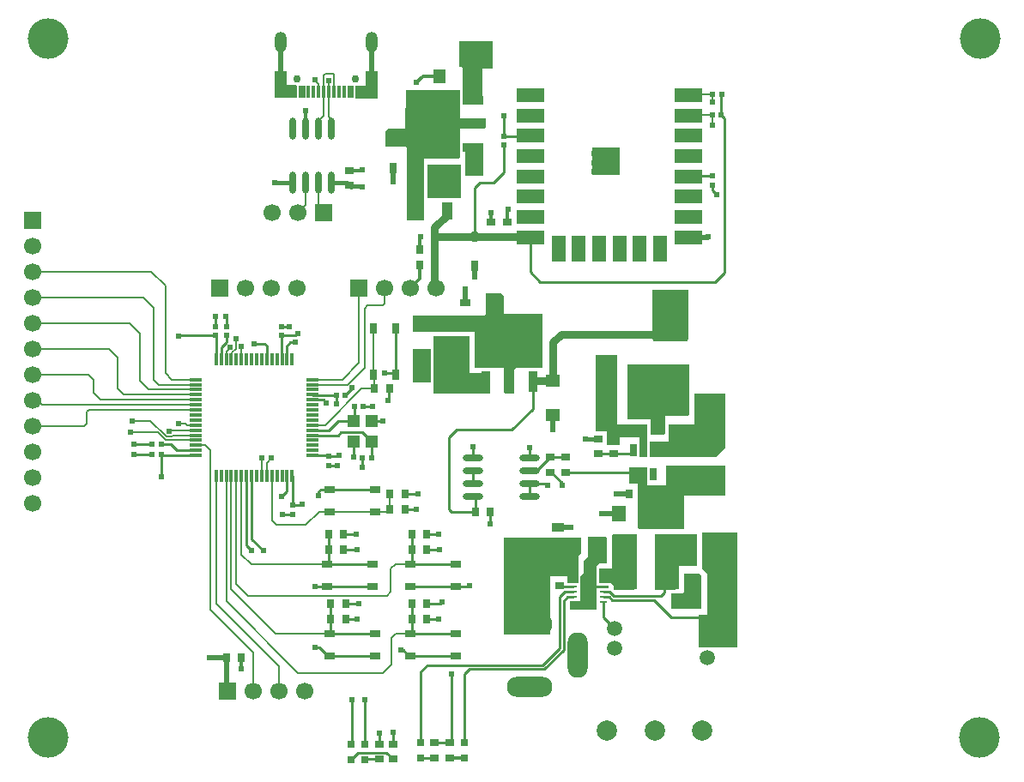
<source format=gtl>
G04*
G04 #@! TF.GenerationSoftware,Altium Limited,Altium Designer,22.0.2 (36)*
G04*
G04 Layer_Physical_Order=1*
G04 Layer_Color=12695295*
%FSLAX25Y25*%
%MOIN*%
G70*
G04*
G04 #@! TF.SameCoordinates,7F160BED-0690-4144-9330-6DFC8CD618BD*
G04*
G04*
G04 #@! TF.FilePolarity,Positive*
G04*
G01*
G75*
%ADD10C,0.01000*%
%ADD11C,0.00600*%
%ADD21R,0.01181X0.04528*%
%ADD22R,0.01180X0.04520*%
%ADD23R,0.03000X0.03000*%
%ADD24R,0.03347X0.02953*%
%ADD25R,0.03940X0.02760*%
%ADD26R,0.02953X0.03347*%
%ADD27R,0.01968X0.01968*%
%ADD28R,0.01968X0.01968*%
%ADD29R,0.13776X0.05538*%
%ADD30R,0.08661X0.06890*%
%ADD31R,0.05512X0.06496*%
%ADD32R,0.21654X0.08465*%
%ADD33R,0.02756X0.05118*%
%ADD34R,0.04724X0.05118*%
%ADD35R,0.08465X0.21654*%
%ADD36R,0.03500X0.05000*%
%ADD37R,0.05000X0.03500*%
%ADD38R,0.02760X0.03940*%
%ADD39R,0.07087X0.04331*%
%ADD40O,0.08000X0.02400*%
%ADD41O,0.03150X0.00984*%
%ADD42R,0.00984X0.09646*%
%ADD43R,0.03150X0.03937*%
G04:AMPARAMS|DCode=44|XSize=39.37mil|YSize=31.5mil|CornerRadius=0mil|HoleSize=0mil|Usage=FLASHONLY|Rotation=90.000|XOffset=0mil|YOffset=0mil|HoleType=Round|Shape=Octagon|*
%AMOCTAGOND44*
4,1,8,0.00787,0.01968,-0.00787,0.01968,-0.01575,0.01181,-0.01575,-0.01181,-0.00787,-0.01968,0.00787,-0.01968,0.01575,-0.01181,0.01575,0.01181,0.00787,0.01968,0.0*
%
%ADD44OCTAGOND44*%

%ADD45R,0.04331X0.07087*%
%ADD46R,0.03543X0.03347*%
%ADD47R,0.04724X0.05512*%
%ADD48R,0.08268X0.12598*%
%ADD49R,0.08268X0.03543*%
%ADD50R,0.05512X0.04724*%
%ADD51R,0.12598X0.08268*%
%ADD52R,0.03543X0.08268*%
%ADD53R,0.03937X0.03150*%
G04:AMPARAMS|DCode=54|XSize=39.37mil|YSize=31.5mil|CornerRadius=0mil|HoleSize=0mil|Usage=FLASHONLY|Rotation=0.000|XOffset=0mil|YOffset=0mil|HoleType=Round|Shape=Octagon|*
%AMOCTAGOND54*
4,1,8,0.01968,-0.00787,0.01968,0.00787,0.01181,0.01575,-0.01181,0.01575,-0.01968,0.00787,-0.01968,-0.00787,-0.01181,-0.01575,0.01181,-0.01575,0.01968,-0.00787,0.0*
%
%ADD54OCTAGOND54*%

%ADD55R,0.03347X0.03543*%
%ADD56R,0.11024X0.05512*%
%ADD57R,0.05512X0.09843*%
%ADD58R,0.11024X0.11024*%
%ADD59R,0.01181X0.04724*%
%ADD60R,0.04724X0.01181*%
%ADD61R,0.04724X0.05118*%
%ADD62O,0.02362X0.08661*%
%ADD65C,0.02953*%
%ADD66O,0.04724X0.07874*%
%ADD67O,0.04724X0.09055*%
%ADD68C,0.06693*%
%ADD69R,0.06693X0.06693*%
%ADD70R,0.06693X0.06693*%
%ADD71C,0.05906*%
%ADD72R,0.05906X0.05906*%
%ADD73O,0.17717X0.07874*%
%ADD74O,0.07874X0.17717*%
%ADD75C,0.07874*%
%ADD76C,0.15748*%
%ADD77C,0.02000*%
%ADD78C,0.01500*%
%ADD79C,0.01200*%
%ADD80C,0.03000*%
%ADD81R,0.14000X0.19500*%
%ADD82C,0.02400*%
%ADD83C,0.01800*%
G36*
X506000Y364500D02*
X509645D01*
X509997Y364145D01*
X509959Y359629D01*
X509943Y359612D01*
X501220D01*
Y369720D01*
X501500Y370000D01*
X506000D01*
Y364500D01*
D02*
G37*
G36*
X541500Y369554D02*
Y359446D01*
X532777D01*
X532760Y359463D01*
X532722Y363979D01*
X533075Y364334D01*
X536720D01*
Y369834D01*
X541220D01*
X541500Y369554D01*
D02*
G37*
G36*
X586000Y371000D02*
X582000D01*
Y357500D01*
X582038Y357462D01*
X581847Y357000D01*
X574500D01*
Y371000D01*
X574000Y371500D01*
X573000D01*
Y381500D01*
X586000D01*
Y371000D01*
D02*
G37*
G36*
X582500Y329461D02*
X575500D01*
Y341961D01*
X582500D01*
Y329461D01*
D02*
G37*
G36*
X573689Y320500D02*
X560689D01*
Y321000D01*
Y333500D01*
X573689D01*
Y320500D01*
D02*
G37*
G36*
X573189Y352000D02*
X573689Y351500D01*
X583189D01*
Y348000D01*
X582689Y347500D01*
X573189D01*
Y336500D01*
X572689Y336000D01*
X559189D01*
Y312000D01*
X552689D01*
Y340000D01*
X552189Y340500D01*
X544189D01*
Y346500D01*
X545189Y347500D01*
X552189D01*
Y362500D01*
X573189D01*
Y352000D01*
D02*
G37*
G36*
X562000Y249000D02*
X555000D01*
Y262000D01*
X562000D01*
Y249000D01*
D02*
G37*
G36*
X590500Y282500D02*
Y275500D01*
X605500D01*
Y254500D01*
X595000D01*
X594500Y254000D01*
Y244500D01*
X591000D01*
X590500Y245000D01*
Y254500D01*
X579500D01*
X579000Y255000D01*
Y268500D01*
X555000D01*
Y275000D01*
X583000D01*
X583500Y275500D01*
Y283500D01*
X589500D01*
X590500Y282500D01*
D02*
G37*
G36*
X577000Y252500D02*
X585000D01*
Y244500D01*
X563000D01*
Y267000D01*
X577000D01*
Y252500D01*
D02*
G37*
G36*
X662500Y236500D02*
X662000Y236000D01*
X653000D01*
Y229000D01*
X652500Y228500D01*
X647500D01*
Y234500D01*
X638500D01*
Y256000D01*
X662500D01*
Y236500D01*
D02*
G37*
G36*
X676500Y223500D02*
X673000Y220000D01*
X647000D01*
Y226000D01*
X654500D01*
Y232500D01*
X664500D01*
Y244500D01*
X676500D01*
Y223500D01*
D02*
G37*
G36*
X634500Y232500D02*
X646000D01*
Y220000D01*
X643219D01*
X643000Y220219D01*
Y227500D01*
X635500D01*
Y224500D01*
X630500D01*
Y230000D01*
X626000D01*
Y259500D01*
X634500D01*
Y232500D01*
D02*
G37*
G36*
X676500Y205000D02*
X660500D01*
Y192000D01*
X643000D01*
X642500Y192500D01*
Y209500D01*
X639000D01*
Y216000D01*
X646000D01*
Y209000D01*
X653500D01*
Y216500D01*
X676500D01*
Y205000D01*
D02*
G37*
G36*
X620500Y182500D02*
X619500Y181500D01*
Y171000D01*
X615000D01*
Y173500D01*
X608500D01*
Y151000D01*
X590500D01*
X590500Y152000D01*
Y173500D01*
X590500Y188500D01*
X620500D01*
Y182500D01*
D02*
G37*
G36*
X665500Y177500D02*
X658500D01*
Y168500D01*
X649000D01*
Y190000D01*
X665500D01*
Y177500D01*
D02*
G37*
G36*
X642000Y168500D02*
X633000Y168500D01*
Y170000D01*
X632000Y171000D01*
X627500D01*
Y176500D01*
X632500D01*
Y189500D01*
X633000Y190000D01*
X642000D01*
Y168500D01*
D02*
G37*
G36*
X667000Y174000D02*
Y161991D01*
Y161000D01*
X655500D01*
Y167000D01*
X660000D01*
X660500Y167500D01*
Y174500D01*
X666500D01*
X667000Y174000D01*
D02*
G37*
G36*
X630500Y188500D02*
Y178500D01*
X627500D01*
X626500Y177500D01*
Y170000D01*
X631000D01*
Y169000D01*
X626500D01*
Y161000D01*
X626000Y160500D01*
X616000D01*
Y164000D01*
X616270Y164125D01*
X620157D01*
Y173658D01*
X621500Y175000D01*
Y179500D01*
X623000Y181000D01*
Y189000D01*
X630000D01*
X630500Y188500D01*
D02*
G37*
G36*
X681000Y146000D02*
X666000D01*
Y158500D01*
X669500D01*
Y174500D01*
X667500Y176500D01*
Y190500D01*
X681000D01*
Y146000D01*
D02*
G37*
D10*
X518500Y205000D02*
Y206500D01*
X519230Y207230D01*
X522640D01*
X540360D01*
X551854Y205500D02*
X557000D01*
X560354Y190000D02*
X565000D01*
X527999D02*
X533000D01*
X566000Y163000D02*
X566500Y163500D01*
X560354Y163000D02*
X566000D01*
X528854D02*
X534000D01*
X547500Y113000D02*
X547500Y113000D01*
X547500Y108261D02*
Y113000D01*
X542000Y112500D02*
X542167Y112333D01*
Y108261D02*
Y112333D01*
X457272Y212228D02*
Y221000D01*
X457583Y220689D02*
X470630D01*
X457272Y221000D02*
X457583Y220689D01*
X470630D02*
X470720Y220598D01*
X508728Y201500D02*
X508843Y201386D01*
X511886D01*
X512000Y201500D01*
X508500Y201272D02*
X508728Y201500D01*
X508213Y201559D02*
X508500Y201272D01*
X508122Y212724D02*
X508213Y212634D01*
Y201559D02*
Y212634D01*
X526272Y220272D02*
X526500Y220500D01*
X522500Y220272D02*
X526272D01*
X522264Y220508D02*
X522500Y220272D01*
X515996Y220598D02*
X516087Y220508D01*
X522264D01*
X525228Y240728D02*
Y244000D01*
X516087Y244130D02*
X525099D01*
X515996Y244220D02*
X516087Y244130D01*
X525099D02*
X525228Y244000D01*
X478500Y267228D02*
X478547Y267181D01*
Y258047D02*
X478594Y258000D01*
X478547Y258047D02*
Y267181D01*
X504095Y258090D02*
Y267134D01*
Y258090D02*
X504185Y258000D01*
X504000Y267228D02*
X504095Y267134D01*
X504000Y267228D02*
X509350D01*
X510121Y268000D02*
X510500D01*
X509350Y267228D02*
X510121Y268000D01*
X464000Y267000D02*
X464228Y267228D01*
X478500D01*
X446700Y225000D02*
X450000D01*
X446700Y221000D02*
X453728D01*
X450000Y225000D02*
X450040Y224960D01*
X453703D01*
X671500Y323500D02*
X673000Y322000D01*
X671500Y323500D02*
Y325827D01*
X672500Y288000D02*
X676000Y291500D01*
X674673Y353000D02*
X676000Y351673D01*
Y291500D02*
Y351673D01*
X662067Y329173D02*
X671500D01*
X661988Y329094D02*
X662067Y329173D01*
X533822Y105129D02*
X544727D01*
X531100Y102407D02*
X533822Y105129D01*
X544727D02*
X547303Y102553D01*
X545677Y246323D02*
X545854Y246500D01*
X545500Y242000D02*
X545677Y242177D01*
Y246323D01*
X547870Y252500D02*
X548230Y252140D01*
X544000Y252500D02*
X547870D01*
X548230Y252140D02*
Y269860D01*
X590500Y344673D02*
Y352600D01*
X579000Y324500D02*
X581000Y326500D01*
X586500D02*
X590500Y330500D01*
X581000Y326500D02*
X586500D01*
X579000Y305512D02*
Y324500D01*
X590500Y330500D02*
Y341327D01*
X613000Y209000D02*
Y209842D01*
X608500Y214146D02*
X608697D01*
X613000Y209842D01*
X600500Y219500D02*
Y223500D01*
X578500Y219500D02*
Y224000D01*
X585000Y194000D02*
Y198500D01*
X551854Y199500D02*
X556500D01*
X560354Y184000D02*
X565500D01*
X576790Y169790D02*
X577000Y170000D01*
X571790Y169790D02*
X576790D01*
X554070D02*
X571790D01*
X560354Y157000D02*
X565000D01*
X550500Y145000D02*
X551270D01*
X553480Y142790D02*
X554070D01*
X551270Y145000D02*
X553480Y142790D01*
X554070D02*
X571790D01*
X517000Y146000D02*
X518770D01*
X521980Y142790D02*
X522570D01*
X518770Y146000D02*
X521980Y142790D01*
X522570D02*
X540290D01*
X528854Y157000D02*
X533500D01*
X517000Y169500D02*
X517290Y169790D01*
X521715D01*
X539435D01*
X527999Y184000D02*
X533500D01*
X531500Y246728D02*
Y247000D01*
X528772Y244000D02*
X531500Y246728D01*
X520248Y242252D02*
X521500Y241000D01*
X515996Y242252D02*
X520248D01*
X535772Y239500D02*
X539500D01*
X543366Y234134D02*
X543500Y234000D01*
X538846Y234134D02*
X543366D01*
X532000Y220000D02*
X532154Y220153D01*
Y225866D01*
X535457Y216043D02*
X535500Y216000D01*
X535457Y216043D02*
Y219500D01*
X522500Y216728D02*
X525772D01*
X504500Y197500D02*
X504728Y197728D01*
X508500D01*
X504000Y204500D02*
X506153Y206653D01*
Y212724D01*
X507500Y264500D02*
X509500D01*
X506153Y263154D02*
X507500Y264500D01*
X506153Y258000D02*
Y263154D01*
X504000Y270772D02*
X504136Y270636D01*
X506864D02*
X507000Y270500D01*
X504136Y270636D02*
X506864D01*
X482500Y274500D02*
X482694Y274306D01*
Y270813D02*
Y274306D01*
X478500Y270772D02*
Y274500D01*
X674760Y360913D02*
X674847Y361000D01*
X674673Y353000D02*
X674760Y353087D01*
Y360913D01*
X604500Y288000D02*
X672500D01*
X600571Y291929D02*
X604500Y288000D01*
X600571Y291929D02*
Y305472D01*
X569000Y199500D02*
X570000Y198500D01*
X579291D01*
X569000Y199500D02*
Y227500D01*
X572000Y230500D01*
X593500D01*
X601532Y238531D01*
Y249214D01*
X578500Y209500D02*
Y214500D01*
X482694Y264785D02*
Y267269D01*
X480563Y262654D02*
X482694Y264785D01*
X480563Y258000D02*
Y262654D01*
X590500Y344673D02*
X600402D01*
X600571Y344842D01*
X497500Y264000D02*
X498279Y263221D01*
Y258000D02*
Y263221D01*
X493500Y264000D02*
X497500D01*
X607000Y209500D02*
X607500Y209000D01*
X600500Y209500D02*
X607000D01*
X600500Y204500D02*
Y209500D01*
X570000Y109354D02*
Y135500D01*
X569500Y108854D02*
X570000Y109354D01*
X563500Y108854D02*
X569500D01*
X613600Y164100D02*
X615055Y165555D01*
X617492D02*
X617500Y165563D01*
X615055Y165555D02*
X617492D01*
X613600Y145100D02*
Y164100D01*
X606000Y137500D02*
X613600Y145100D01*
X577000Y137500D02*
X606000D01*
X560600Y139100D02*
X605337D01*
X612000Y145763D02*
Y165500D01*
X605337Y139100D02*
X612000Y145763D01*
X558000Y136500D02*
X560600Y139100D01*
X575000Y135500D02*
X577000Y137500D01*
X575000Y109000D02*
Y135500D01*
X558000Y109000D02*
Y136500D01*
X612000Y165500D02*
X614032Y167532D01*
X617500D01*
X547303Y102553D02*
X547500D01*
X536579D02*
X542167D01*
X536433Y102407D02*
X536579Y102553D01*
X531100Y108407D02*
X531500Y108807D01*
X536433Y108407D02*
X536500Y108474D01*
Y119500D01*
X558146Y103146D02*
X563500D01*
X558000Y103000D02*
X558146Y103146D01*
X578645Y204500D02*
X579291Y203853D01*
X578500Y204500D02*
X578645D01*
X579291Y198500D02*
Y203853D01*
X608303Y219854D02*
X608500D01*
X602949Y214500D02*
X608303Y219854D01*
X600500Y214500D02*
X602949D01*
X614333Y219854D02*
X614333Y219854D01*
X608500Y219854D02*
X614333D01*
X608500Y219854D02*
X608500Y219854D01*
X614333Y214146D02*
X639890D01*
X640760Y213276D01*
Y222169D02*
Y222724D01*
X633000Y221291D02*
X639882D01*
X640760Y222169D01*
X626964Y221244D02*
X626988Y221268D01*
X632976D01*
X633000Y221291D01*
X629114Y157823D02*
X633500Y153437D01*
X629114Y157823D02*
Y163594D01*
X617492Y169508D02*
X617500Y169500D01*
X612638Y169508D02*
X617492D01*
X612000Y170146D02*
X612638Y169508D01*
X655500Y157500D02*
X667500D01*
X632337Y164400D02*
X648600D01*
X655500Y157500D01*
X631182Y165555D02*
X632337Y164400D01*
X629114Y165563D02*
X629122Y165555D01*
X631182D01*
X633000Y166000D02*
X651500D01*
X652759Y167259D01*
X631468Y167532D02*
X633000Y166000D01*
X652759Y178885D02*
X652874Y179000D01*
X652759Y167259D02*
Y178885D01*
X629114Y167532D02*
X631468D01*
X539000Y219500D02*
Y225713D01*
X538846Y225866D02*
X539000Y225713D01*
X515996Y228472D02*
X526050D01*
X527102Y229525D01*
X535384D01*
X538846Y226063D01*
Y225866D02*
Y226063D01*
X522183Y230441D02*
X525876Y234134D01*
X515996Y230441D02*
X522183D01*
X525876Y234134D02*
X532154D01*
X532228Y234209D02*
Y239500D01*
X532154Y234134D02*
X532228Y234209D01*
X536500Y119500D02*
Y125500D01*
X536500Y119500D02*
X536500Y119500D01*
X531500Y108807D02*
Y125500D01*
X492374Y188126D02*
X497000Y183500D01*
X492374Y188126D02*
Y212724D01*
X490406Y185594D02*
X492500Y183500D01*
X490406Y185594D02*
Y212724D01*
X522570Y151250D02*
X540290D01*
X522570D02*
X523146Y151826D01*
Y157000D02*
Y163000D01*
Y151826D02*
Y157000D01*
X554070Y178250D02*
X571790D01*
X554070D02*
X554646Y178826D01*
Y184000D01*
Y190000D01*
X521715Y178250D02*
X539435D01*
X521715D02*
X522291Y178826D01*
Y184000D01*
Y190000D01*
X554070Y151250D02*
X571790D01*
X554646Y157000D02*
Y163000D01*
Y151826D02*
Y157000D01*
X554070Y151250D02*
X554646Y151826D01*
X461040Y224960D02*
X463433Y222567D01*
X470720D01*
X457247Y224960D02*
X461040D01*
D11*
X427500Y232000D02*
X428500Y233000D01*
X407500Y232000D02*
X427500D01*
X428500Y233000D02*
Y237500D01*
X429315Y238315D01*
X470720D01*
X431000Y245000D02*
X433748Y242252D01*
X470720D01*
X446000Y234000D02*
X453145D01*
X461370Y227900D02*
X461942Y228472D01*
X460500Y230000D02*
X460720Y230221D01*
X470500D01*
X461942Y228472D02*
X470720D01*
X459245Y227900D02*
X461370D01*
X453145Y234000D02*
X459245Y227900D01*
X431000Y245000D02*
Y250056D01*
X429056Y252000D02*
X431000Y250056D01*
X407500Y252000D02*
X429056D01*
X442779Y244220D02*
X470720D01*
X440500Y246500D02*
X442779Y244220D01*
X440500Y246500D02*
Y258500D01*
X437000Y262000D02*
X440500Y258500D01*
X407500Y262000D02*
X437000D01*
X450500Y282000D02*
X454500Y278000D01*
Y250000D02*
Y278000D01*
Y250000D02*
X456343Y248158D01*
X407500Y272000D02*
X445000D01*
X449000Y249500D02*
Y268000D01*
X445000Y272000D02*
X449000Y268000D01*
Y249500D02*
X452311Y246189D01*
X470720D01*
X407500Y282000D02*
X450500D01*
X456343Y248158D02*
X470720D01*
X459000Y252500D02*
Y286500D01*
X453500Y292000D02*
X459000Y286500D01*
X407500Y292000D02*
X453500D01*
X461374Y250126D02*
X470720D01*
X459000Y252500D02*
X461374Y250126D01*
X445500Y229500D02*
X455948D01*
X458944Y226504D01*
X470720D01*
X409149Y242000D02*
X410865Y240283D01*
X470720D01*
X407500Y242000D02*
X409149D01*
X529658Y248158D02*
X536250Y254750D01*
X515996Y248158D02*
X529658D01*
X527626Y250126D02*
X534098Y256598D01*
X515996Y250126D02*
X527626D01*
X534098Y256598D02*
Y285500D01*
X536250Y254750D02*
Y277750D01*
X537500Y279000D01*
X543500D01*
X544098Y279598D01*
Y285500D01*
X486400Y262157D02*
Y266049D01*
X486372Y266076D02*
X486400Y266049D01*
X488469Y258032D02*
Y262968D01*
X488500Y263000D01*
X488437Y258000D02*
X488469Y258032D01*
X484791Y260548D02*
X486400Y262157D01*
X484791Y258291D02*
Y260548D01*
X484500Y258000D02*
X484791Y258291D01*
X482531Y261032D02*
X483886Y262386D01*
Y262613D01*
X482531Y258000D02*
Y261032D01*
X671327Y353000D02*
X671500Y352827D01*
Y349000D02*
Y352827D01*
Y358000D02*
Y361000D01*
X661988Y352717D02*
X662271Y353000D01*
X671327D01*
X661988Y360591D02*
X662397Y361000D01*
X671500D01*
X470500Y230221D02*
X470720Y230441D01*
X464000Y233000D02*
X466595D01*
X467185Y232410D02*
X470720D01*
X466595Y233000D02*
X467185Y232410D01*
X518500Y317000D02*
X520500Y315000D01*
X518500Y317000D02*
Y326602D01*
X510500Y315005D02*
X513500Y318005D01*
X510500Y315000D02*
Y315005D01*
X513500Y318005D02*
Y326602D01*
X520394Y352544D02*
Y361888D01*
X518426Y361882D02*
Y365046D01*
X517000Y366472D02*
Y366500D01*
Y366472D02*
X518426Y365046D01*
X520394Y361888D02*
Y365362D01*
X522363Y366363D02*
X522363Y366363D01*
X522363Y361882D02*
Y366363D01*
Y361882D02*
X522363Y361882D01*
X520263Y368263D02*
X521000Y369000D01*
X523980D02*
X524463Y368517D01*
Y365493D02*
Y368517D01*
X524332Y365362D02*
X524463Y365493D01*
X520263D02*
X520394Y365362D01*
X524332Y361889D02*
Y365362D01*
X520263Y365493D02*
Y368263D01*
X521000Y369000D02*
X523980D01*
X523500Y347500D02*
Y351127D01*
X522363Y352264D02*
Y361882D01*
Y352264D02*
X523500Y351127D01*
X518500Y350650D02*
X520394Y352544D01*
X518500Y347500D02*
Y350650D01*
X498279Y217779D02*
X500000Y219500D01*
X498279Y212724D02*
Y217779D01*
X496311Y219311D02*
X496500Y219500D01*
X496311Y212724D02*
Y219311D01*
X540146Y246500D02*
Y252140D01*
X539770D02*
Y269860D01*
X535000Y246500D02*
X540146D01*
X515996Y232410D02*
X520910D01*
X535000Y246500D01*
X546146Y199500D02*
Y205500D01*
Y199500D02*
X546146Y199500D01*
X540360Y198770D02*
X545416D01*
X546146Y199500D01*
X522640Y198770D02*
X540360D01*
X513500Y193500D02*
X518770Y198770D01*
X522640D01*
X502000Y193500D02*
X513500D01*
X500248Y195252D02*
X502000Y193500D01*
X500248Y195252D02*
Y212724D01*
X474465Y224535D02*
X476500Y222500D01*
Y160500D02*
X493000Y144000D01*
X476500Y160500D02*
Y222500D01*
X470720Y224535D02*
X474465D01*
X493000Y129000D02*
Y144000D01*
X488437Y182063D02*
Y212724D01*
Y182063D02*
X492250Y178250D01*
X521715D01*
X491000Y166000D02*
X545000D01*
X546500Y167500D02*
Y176500D01*
X545000Y166000D02*
X546500Y167500D01*
X486469Y170531D02*
X491000Y166000D01*
X486469Y170531D02*
Y212724D01*
X546500Y176500D02*
X548250Y178250D01*
X554070D01*
X503000Y129000D02*
Y138500D01*
X478594Y162906D02*
Y212724D01*
Y162906D02*
X503000Y138500D01*
X482531Y163969D02*
Y212724D01*
Y163969D02*
X510500Y136000D01*
X501750Y151250D02*
X522570D01*
X484500Y168500D02*
Y212724D01*
Y168500D02*
X501750Y151250D01*
X546750Y139351D02*
Y149750D01*
X548250Y151250D01*
X554070D01*
X510500Y136000D02*
X543399D01*
X546750Y139351D01*
D21*
X534568Y361888D02*
D03*
X533387D02*
D03*
X531418Y361898D02*
D03*
X530237D02*
D03*
X526299Y361880D02*
D03*
X524332Y361889D02*
D03*
X522363Y361882D02*
D03*
X520395Y361888D02*
D03*
X518426Y361882D02*
D03*
X514489D02*
D03*
X512521Y361882D02*
D03*
X511339D02*
D03*
X509371Y361882D02*
D03*
X508190D02*
D03*
D22*
X528268Y361882D02*
D03*
X516457Y361882D02*
D03*
D23*
X575000Y103000D02*
D03*
Y109000D02*
D03*
X558000Y103000D02*
D03*
Y109000D02*
D03*
X536433Y108407D02*
D03*
Y102407D02*
D03*
X531100Y108407D02*
D03*
Y102407D02*
D03*
D24*
X569500Y108854D02*
D03*
Y103146D02*
D03*
X563500Y108854D02*
D03*
Y103146D02*
D03*
X547500Y102553D02*
D03*
Y108261D02*
D03*
X542167Y102553D02*
D03*
Y108261D02*
D03*
X530500Y325646D02*
D03*
Y331354D02*
D03*
X633000Y227000D02*
D03*
Y221291D02*
D03*
X626964Y221244D02*
D03*
Y226952D02*
D03*
X614333Y214146D02*
D03*
Y219854D02*
D03*
X608500Y219854D02*
D03*
Y214146D02*
D03*
X612000Y175854D02*
D03*
Y170146D02*
D03*
X591541Y311266D02*
D03*
Y305558D02*
D03*
X585500Y311209D02*
D03*
Y305500D02*
D03*
D25*
X522640Y198770D02*
D03*
X540360D02*
D03*
Y207230D02*
D03*
X522640D02*
D03*
X522570Y151250D02*
D03*
X540290D02*
D03*
Y142790D02*
D03*
X522570D02*
D03*
X554070Y178250D02*
D03*
X571790D02*
D03*
Y169790D02*
D03*
X554070D02*
D03*
X521715Y178250D02*
D03*
X539435D02*
D03*
Y169790D02*
D03*
X521715D02*
D03*
X554070Y142790D02*
D03*
X571790D02*
D03*
Y151250D02*
D03*
X554070D02*
D03*
D26*
X546146Y205500D02*
D03*
X551854D02*
D03*
X546146Y199500D02*
D03*
X551854D02*
D03*
X540146Y246500D02*
D03*
X545854D02*
D03*
X644291Y230500D02*
D03*
X650000D02*
D03*
X639046Y205500D02*
D03*
X644754D02*
D03*
X665646Y163500D02*
D03*
X671354D02*
D03*
X617500Y178000D02*
D03*
X623209D02*
D03*
X579291Y198500D02*
D03*
X585000D02*
D03*
X523146Y157000D02*
D03*
X528854D02*
D03*
X523146Y163000D02*
D03*
X528854D02*
D03*
X522291Y184000D02*
D03*
X527999D02*
D03*
X522291Y190000D02*
D03*
X527999D02*
D03*
X557646Y294500D02*
D03*
X563354D02*
D03*
X557646Y300500D02*
D03*
X563354D02*
D03*
X560354Y184000D02*
D03*
X554646D02*
D03*
X560354Y190000D02*
D03*
X554646D02*
D03*
X560354Y157000D02*
D03*
X554646D02*
D03*
X560354Y163000D02*
D03*
X554646D02*
D03*
X488354Y142000D02*
D03*
X482646D02*
D03*
D27*
X674847Y361000D02*
D03*
X671500D02*
D03*
X674673Y353000D02*
D03*
X671327D02*
D03*
X528772Y244000D02*
D03*
X525228D02*
D03*
X453728Y221000D02*
D03*
X457272D02*
D03*
X453703Y224960D02*
D03*
X457247D02*
D03*
X535457Y219500D02*
D03*
X539000D02*
D03*
X535772Y239500D02*
D03*
X532228D02*
D03*
D28*
X671500Y325827D02*
D03*
Y329173D02*
D03*
X590500Y341327D02*
D03*
Y344673D02*
D03*
X508500Y197728D02*
D03*
Y201272D02*
D03*
X522500Y216728D02*
D03*
Y220272D02*
D03*
X504000Y270772D02*
D03*
Y267228D02*
D03*
X478500Y270772D02*
D03*
Y267228D02*
D03*
X482694Y270813D02*
D03*
Y267269D02*
D03*
D29*
X655000Y267797D02*
D03*
Y253203D02*
D03*
D30*
X669055Y240500D02*
D03*
X650945D02*
D03*
D31*
X630488Y248500D02*
D03*
X641512D02*
D03*
X630488Y239000D02*
D03*
X641512D02*
D03*
X663476Y171500D02*
D03*
X674500D02*
D03*
X634888Y198000D02*
D03*
X645912D02*
D03*
D32*
X665500Y227874D02*
D03*
Y212126D02*
D03*
D33*
X648240Y213276D02*
D03*
X644500D02*
D03*
X640760D02*
D03*
Y222724D02*
D03*
X644500D02*
D03*
X648240D02*
D03*
D34*
X671134Y180000D02*
D03*
X662866D02*
D03*
X671134Y187500D02*
D03*
X662866D02*
D03*
D35*
X637126Y179000D02*
D03*
X652874D02*
D03*
D36*
X618260Y185000D02*
D03*
X625740D02*
D03*
D37*
X611500Y185260D02*
D03*
Y192740D02*
D03*
D38*
X539770Y269860D02*
D03*
Y252140D02*
D03*
X548230D02*
D03*
Y269860D02*
D03*
D39*
X558500Y270878D02*
D03*
Y259500D02*
D03*
D40*
X600500Y204500D02*
D03*
Y209500D02*
D03*
Y214500D02*
D03*
Y219500D02*
D03*
X578500D02*
D03*
Y214500D02*
D03*
Y209500D02*
D03*
Y204500D02*
D03*
D41*
X617500Y171468D02*
D03*
Y169500D02*
D03*
Y167532D02*
D03*
Y165563D02*
D03*
Y163594D02*
D03*
X629114D02*
D03*
Y165563D02*
D03*
Y167532D02*
D03*
Y169500D02*
D03*
Y171468D02*
D03*
D42*
X623307Y167532D02*
D03*
D43*
X547500Y332488D02*
D03*
X579000Y294488D02*
D03*
D44*
X547500Y343512D02*
D03*
X579000Y305512D02*
D03*
D45*
X556811Y315500D02*
D03*
X568189D02*
D03*
D46*
X562551Y323500D02*
D03*
X556449D02*
D03*
D47*
X565307Y368000D02*
D03*
X578693D02*
D03*
X569693Y330500D02*
D03*
X556307D02*
D03*
D48*
X556034Y349476D02*
D03*
D49*
X578475Y358531D02*
D03*
Y349476D02*
D03*
Y340421D02*
D03*
D50*
X574000Y257996D02*
D03*
Y271382D02*
D03*
X609500Y236307D02*
D03*
Y249693D02*
D03*
D51*
X592476Y271655D02*
D03*
D52*
X601532Y249214D02*
D03*
X592476D02*
D03*
X583421D02*
D03*
D53*
X575488Y280000D02*
D03*
D54*
X586512D02*
D03*
D55*
X566500Y265138D02*
D03*
Y271241D02*
D03*
D56*
X661988Y321220D02*
D03*
Y313346D02*
D03*
Y305472D02*
D03*
X600571D02*
D03*
Y313346D02*
D03*
Y321220D02*
D03*
Y329095D02*
D03*
Y336968D02*
D03*
Y344842D02*
D03*
Y352717D02*
D03*
Y360591D02*
D03*
X661988D02*
D03*
Y352717D02*
D03*
Y344842D02*
D03*
Y336968D02*
D03*
Y329094D02*
D03*
D57*
X619468Y300945D02*
D03*
X611594D02*
D03*
X627342D02*
D03*
X635216D02*
D03*
X643090D02*
D03*
X650964D02*
D03*
D58*
X630000Y335000D02*
D03*
D59*
X508122Y212724D02*
D03*
X506153D02*
D03*
X504185D02*
D03*
X502216D02*
D03*
X500248D02*
D03*
X498279D02*
D03*
X496311D02*
D03*
X494343D02*
D03*
X492374D02*
D03*
X490406D02*
D03*
X488437D02*
D03*
X486469D02*
D03*
X484500D02*
D03*
X482531D02*
D03*
X480563D02*
D03*
X478594D02*
D03*
Y258000D02*
D03*
X480563D02*
D03*
X482531D02*
D03*
X484500D02*
D03*
X486469D02*
D03*
X488437D02*
D03*
X490406D02*
D03*
X492374D02*
D03*
X494343D02*
D03*
X496311D02*
D03*
X498279D02*
D03*
X500248D02*
D03*
X502216D02*
D03*
X504185D02*
D03*
X506153D02*
D03*
X508122D02*
D03*
D60*
X470720Y220598D02*
D03*
Y222567D02*
D03*
Y224535D02*
D03*
Y226504D02*
D03*
Y228472D02*
D03*
Y230441D02*
D03*
Y232410D02*
D03*
Y234378D02*
D03*
Y236347D02*
D03*
Y238315D02*
D03*
Y240283D02*
D03*
Y242252D02*
D03*
Y244220D02*
D03*
Y246189D02*
D03*
Y248158D02*
D03*
Y250126D02*
D03*
X515996D02*
D03*
Y248158D02*
D03*
Y246189D02*
D03*
Y244220D02*
D03*
Y242252D02*
D03*
Y240283D02*
D03*
Y238315D02*
D03*
Y236347D02*
D03*
Y234378D02*
D03*
Y232410D02*
D03*
Y230441D02*
D03*
Y228472D02*
D03*
Y226504D02*
D03*
Y224535D02*
D03*
Y222567D02*
D03*
Y220598D02*
D03*
D61*
X538846Y225866D02*
D03*
Y234134D02*
D03*
X532154D02*
D03*
Y225866D02*
D03*
D62*
X508500Y326602D02*
D03*
X513500D02*
D03*
X518500D02*
D03*
X523500D02*
D03*
X508500Y347500D02*
D03*
X513500D02*
D03*
X518500D02*
D03*
X523500D02*
D03*
D65*
X532756Y367000D02*
D03*
X510000D02*
D03*
D66*
X539095Y381370D02*
D03*
X503662Y381370D02*
D03*
D67*
X503662Y365032D02*
D03*
X539095Y365032D02*
D03*
D68*
X513000Y129000D02*
D03*
X503000D02*
D03*
X493000D02*
D03*
X407500Y302000D02*
D03*
Y292000D02*
D03*
Y282000D02*
D03*
Y272000D02*
D03*
Y262000D02*
D03*
Y252000D02*
D03*
Y242000D02*
D03*
Y232000D02*
D03*
Y222000D02*
D03*
Y212000D02*
D03*
Y202000D02*
D03*
X500500Y315000D02*
D03*
X510500D02*
D03*
X544098Y285500D02*
D03*
X554098D02*
D03*
X564098D02*
D03*
X510000D02*
D03*
X500000D02*
D03*
X490000D02*
D03*
D69*
X483000Y129000D02*
D03*
X520500Y315000D02*
D03*
X534098Y285500D02*
D03*
X480000D02*
D03*
D70*
X407500Y312000D02*
D03*
D71*
X669500Y142000D02*
D03*
X633500Y153437D02*
D03*
Y145563D02*
D03*
D72*
X669500Y149874D02*
D03*
D73*
X600500Y154908D02*
D03*
X600500Y130500D02*
D03*
D74*
X619005Y143099D02*
D03*
D75*
X667504Y113500D02*
D03*
X630496D02*
D03*
X649000D02*
D03*
D76*
X775185Y382701D02*
D03*
X775111Y111012D02*
D03*
X413366Y111044D02*
D03*
X413368Y382673D02*
D03*
D77*
X476000Y142000D02*
X482646D01*
Y129354D02*
Y142000D01*
Y129354D02*
X483000Y129000D01*
X661988Y305472D02*
X662002Y305486D01*
X669586D02*
X669600Y305500D01*
X662002Y305486D02*
X669586D01*
X579000Y290000D02*
Y294488D01*
X609500Y230500D02*
Y236307D01*
X539095Y365032D02*
X539095Y365032D01*
X539095Y381370D02*
X539095Y381370D01*
Y365032D02*
Y381370D01*
X503662Y365032D02*
Y381370D01*
X503662Y381370D02*
X503662Y381370D01*
X503662Y365032D02*
X503662Y365032D01*
X575488Y280000D02*
Y285488D01*
X547500Y327000D02*
Y332488D01*
X628500Y198000D02*
X634888D01*
X634000Y205500D02*
X639046D01*
X611500Y192740D02*
X616259D01*
D78*
X501500Y326500D02*
X501602Y326602D01*
X508500D01*
X531146Y325000D02*
X531318Y325172D01*
X535328D01*
X535500Y325000D01*
X530500Y325646D02*
X531146Y325000D01*
X529347Y326602D02*
X530303Y325646D01*
X523500Y326602D02*
X529347D01*
X530303Y325646D02*
X530500D01*
X622048Y226952D02*
X626964D01*
D79*
X574927Y103073D02*
X575000Y103000D01*
X569500Y103146D02*
X569573Y103073D01*
X574927D01*
X488354Y137646D02*
X488500Y137500D01*
X488354Y137646D02*
Y142000D01*
X535354Y331354D02*
X535500Y331500D01*
X530500Y331354D02*
X535354D01*
X556500Y365500D02*
X559000Y368000D01*
X565307D01*
X513500Y347500D02*
Y354500D01*
X554098Y285684D02*
X557646Y289231D01*
X554098Y285500D02*
Y285684D01*
X557646Y289231D02*
Y294500D01*
Y305146D02*
X558000Y305500D01*
X557646Y300500D02*
Y305146D01*
X591541Y316041D02*
X591959Y316459D01*
X591541Y311266D02*
Y316041D01*
X585500Y311209D02*
Y315000D01*
X419000Y115500D02*
X419354Y115146D01*
D80*
X563354Y305500D02*
Y309287D01*
Y300500D02*
Y305500D01*
X578988D01*
X579000Y305512D01*
X563354Y287243D02*
Y294500D01*
Y287243D02*
X564098Y286499D01*
Y285500D02*
Y286499D01*
X563354Y294500D02*
Y300500D01*
Y309287D02*
X568189Y314122D01*
Y315500D01*
X591565Y305534D02*
X600509D01*
X600571Y305472D01*
X591541Y305558D02*
X591565Y305534D01*
X591334Y305500D02*
X591391Y305558D01*
X585500Y305500D02*
X591334D01*
X591391Y305558D02*
X591541D01*
X579000Y305512D02*
X579006Y305506D01*
X585494D01*
X585500Y305500D01*
X601803Y249693D02*
X609500D01*
X601532Y249421D02*
X601803Y249693D01*
X601532Y249214D02*
Y249421D01*
X609500Y249693D02*
Y264500D01*
X612797Y267797D01*
X655000D01*
D81*
Y275250D02*
D03*
D82*
X579000Y376000D02*
D03*
X518500Y205000D02*
D03*
X557000Y205500D02*
D03*
X565000Y190000D02*
D03*
X533000D02*
D03*
X566500Y163500D02*
D03*
X534000Y163000D02*
D03*
X547500Y113000D02*
D03*
X542000Y112500D02*
D03*
X476000Y142000D02*
D03*
X457272Y212228D02*
D03*
X512000Y201500D02*
D03*
X526500Y220500D02*
D03*
X525228Y240728D02*
D03*
X510500Y268000D02*
D03*
X464000Y267000D02*
D03*
X501500Y326500D02*
D03*
X535500Y325000D02*
D03*
X446700Y225000D02*
D03*
Y221000D02*
D03*
X446000Y234000D02*
D03*
X460500Y230000D02*
D03*
X445500Y229500D02*
D03*
X669600Y305500D02*
D03*
X673000Y322000D02*
D03*
X640000Y230500D02*
D03*
X579000Y290000D02*
D03*
X609500Y230500D02*
D03*
X488500Y137500D02*
D03*
X545500Y242000D02*
D03*
X544000Y252500D02*
D03*
X535500Y331500D02*
D03*
X556500Y365500D02*
D03*
X513500Y354500D02*
D03*
X558000Y305500D02*
D03*
X629945Y334416D02*
D03*
X634445D02*
D03*
X625445D02*
D03*
X630000Y331000D02*
D03*
X625500D02*
D03*
X634500D02*
D03*
Y338000D02*
D03*
X625500D02*
D03*
X630000D02*
D03*
X590500Y352600D02*
D03*
X577000Y335500D02*
D03*
X581000D02*
D03*
Y331500D02*
D03*
X577000D02*
D03*
X591959Y316459D02*
D03*
X585500Y315000D02*
D03*
X567500Y246500D02*
D03*
Y251000D02*
D03*
X573000Y246500D02*
D03*
Y251000D02*
D03*
X578500Y246500D02*
D03*
Y251000D02*
D03*
X613000Y209000D02*
D03*
X600500Y223500D02*
D03*
X578500Y224000D02*
D03*
X585000Y194000D02*
D03*
X556500Y199500D02*
D03*
X565500Y184000D02*
D03*
X577000Y170000D02*
D03*
X565000Y157000D02*
D03*
X550500Y145000D02*
D03*
X517000Y146000D02*
D03*
X533500Y157000D02*
D03*
X517000Y169500D02*
D03*
X533500Y184000D02*
D03*
X531500Y247000D02*
D03*
X521500Y241000D02*
D03*
X539500Y239500D02*
D03*
X543500Y234000D02*
D03*
X532000Y220000D02*
D03*
X535500Y216000D02*
D03*
X525772Y216728D02*
D03*
X504500Y197500D02*
D03*
X504000Y204500D02*
D03*
X509500Y264500D02*
D03*
X507000Y270500D02*
D03*
X482500Y274500D02*
D03*
X478500D02*
D03*
X583500Y376000D02*
D03*
X575000D02*
D03*
X583500Y380000D02*
D03*
X579000D02*
D03*
X575000D02*
D03*
X659156Y275047D02*
D03*
X654906D02*
D03*
X650656D02*
D03*
X659070Y278676D02*
D03*
X654820D02*
D03*
X650570D02*
D03*
X650500Y282500D02*
D03*
X654750D02*
D03*
X659000D02*
D03*
X486372Y266076D02*
D03*
X483886Y262613D02*
D03*
X488500Y263000D02*
D03*
X671500Y349000D02*
D03*
Y358000D02*
D03*
X493500Y264000D02*
D03*
X607500Y209000D02*
D03*
X464000Y233000D02*
D03*
X517000Y366500D02*
D03*
X522363Y366363D02*
D03*
X570000Y135500D02*
D03*
X567189Y323000D02*
D03*
X571189D02*
D03*
X562689Y330500D02*
D03*
X564689Y327500D02*
D03*
X571000Y263000D02*
D03*
X574000Y265000D02*
D03*
X566500Y256500D02*
D03*
Y260500D02*
D03*
X575488Y285488D02*
D03*
X547500Y327000D02*
D03*
X500000Y219500D02*
D03*
X496500D02*
D03*
X628500Y198000D02*
D03*
X634000Y205500D02*
D03*
X616259Y192740D02*
D03*
X627500Y258000D02*
D03*
Y254500D02*
D03*
X633000Y258000D02*
D03*
Y254500D02*
D03*
X642500D02*
D03*
X622048Y226952D02*
D03*
X628000Y232500D02*
D03*
X632500D02*
D03*
X636000Y230500D02*
D03*
X656000Y202500D02*
D03*
Y199000D02*
D03*
Y195500D02*
D03*
X652000D02*
D03*
Y199000D02*
D03*
Y202500D02*
D03*
X660500Y162500D02*
D03*
X656500D02*
D03*
X660500Y165500D02*
D03*
X656500D02*
D03*
X624000Y164799D02*
D03*
Y161699D02*
D03*
Y174100D02*
D03*
Y167900D02*
D03*
Y171000D02*
D03*
X620500Y161699D02*
D03*
X626500Y179500D02*
D03*
X629500Y181000D02*
D03*
Y184500D02*
D03*
Y187500D02*
D03*
X536500Y125500D02*
D03*
X531500D02*
D03*
X497000Y183500D02*
D03*
X492500D02*
D03*
D83*
X560000Y251000D02*
D03*
X556500D02*
D03*
X560000Y254000D02*
D03*
X556500D02*
D03*
M02*

</source>
